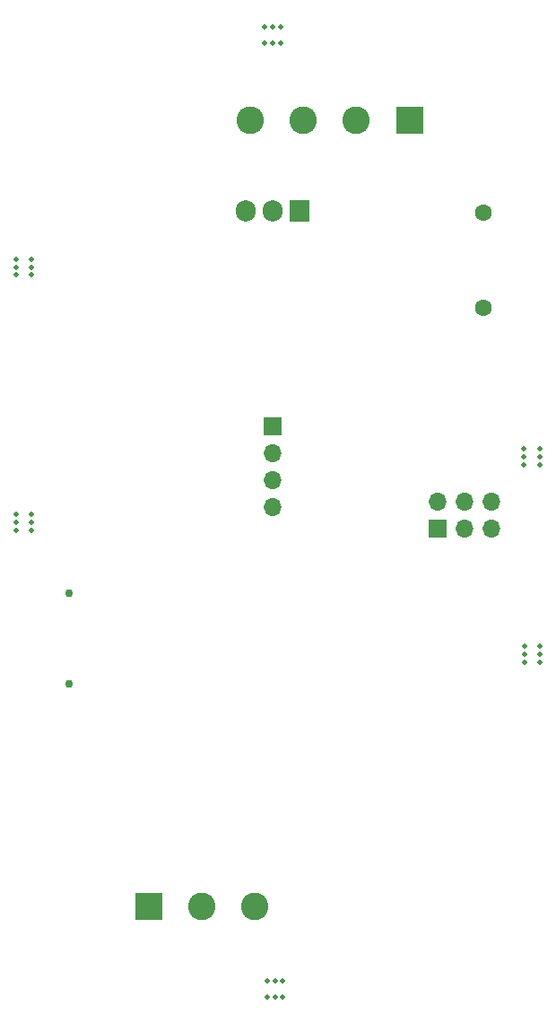
<source format=gbr>
%TF.GenerationSoftware,KiCad,Pcbnew,7.0.1*%
%TF.CreationDate,2023-05-17T13:30:03+02:00*%
%TF.ProjectId,Modbus_master,4d6f6462-7573-45f6-9d61-737465722e6b,rev?*%
%TF.SameCoordinates,Original*%
%TF.FileFunction,Soldermask,Bot*%
%TF.FilePolarity,Negative*%
%FSLAX46Y46*%
G04 Gerber Fmt 4.6, Leading zero omitted, Abs format (unit mm)*
G04 Created by KiCad (PCBNEW 7.0.1) date 2023-05-17 13:30:03*
%MOMM*%
%LPD*%
G01*
G04 APERTURE LIST*
%ADD10R,1.700000X1.700000*%
%ADD11O,1.700000X1.700000*%
%ADD12C,0.750000*%
%ADD13C,0.500000*%
%ADD14C,1.600000*%
%ADD15R,2.600000X2.600000*%
%ADD16C,2.600000*%
%ADD17R,1.905000X2.000000*%
%ADD18O,1.905000X2.000000*%
G04 APERTURE END LIST*
D10*
%TO.C,J5*%
X147630000Y-98700000D03*
D11*
X147630000Y-96160000D03*
X150170000Y-98700000D03*
X150170000Y-96160000D03*
X152710000Y-98700000D03*
X152710000Y-96160000D03*
%TD*%
D12*
%TO.C,J2*%
X112870000Y-104800000D03*
X112870000Y-113300000D03*
%TD*%
D13*
%TO.C,mouse-bite-2mm-slot*%
X155810000Y-111290000D03*
X157310000Y-111290000D03*
X155810000Y-110540000D03*
X157310000Y-110540000D03*
X155810000Y-109790000D03*
X157310000Y-109790000D03*
%TD*%
%TO.C,mouse-bite-2mm-slot*%
X107810000Y-98880000D03*
X109310000Y-98880000D03*
X107810000Y-98130000D03*
X109310000Y-98130000D03*
X107810000Y-97380000D03*
X109310000Y-97380000D03*
%TD*%
%TO.C,mouse-bite-2mm-slot*%
X132810000Y-52880000D03*
X132810000Y-51380000D03*
X132060000Y-52880000D03*
X132060000Y-51380000D03*
X131310000Y-52880000D03*
X131310000Y-51380000D03*
%TD*%
D14*
%TO.C,C13*%
X151940000Y-77860000D03*
X151940000Y-68860000D03*
%TD*%
D15*
%TO.C,J1*%
X120360000Y-134330000D03*
D16*
X125360000Y-134330000D03*
X130360000Y-134330000D03*
%TD*%
D13*
%TO.C,mouse-bite-2mm-slot*%
X107810000Y-74770000D03*
X109310000Y-74770000D03*
X107810000Y-74020000D03*
X109310000Y-74020000D03*
X107810000Y-73270000D03*
X109310000Y-73270000D03*
%TD*%
%TO.C,mouse-bite-2mm-slot*%
X133010000Y-142880000D03*
X133010000Y-141380000D03*
X132260000Y-142880000D03*
X132260000Y-141380000D03*
X131510000Y-142880000D03*
X131510000Y-141380000D03*
%TD*%
D10*
%TO.C,J6*%
X132075000Y-89005000D03*
D11*
X132075000Y-91545000D03*
X132075000Y-94085000D03*
X132075000Y-96625000D03*
%TD*%
D17*
%TO.C,U3*%
X134550000Y-68725000D03*
D18*
X132010000Y-68725000D03*
X129470000Y-68725000D03*
%TD*%
D15*
%TO.C,J4*%
X144960000Y-60130000D03*
D16*
X139960000Y-60130000D03*
X134960000Y-60130000D03*
X129960000Y-60130000D03*
%TD*%
D13*
%TO.C,mouse-bite-2mm-slot*%
X155790000Y-92660000D03*
X157290000Y-92660000D03*
X155790000Y-91910000D03*
X157290000Y-91910000D03*
X155790000Y-91160000D03*
X157290000Y-91160000D03*
%TD*%
M02*

</source>
